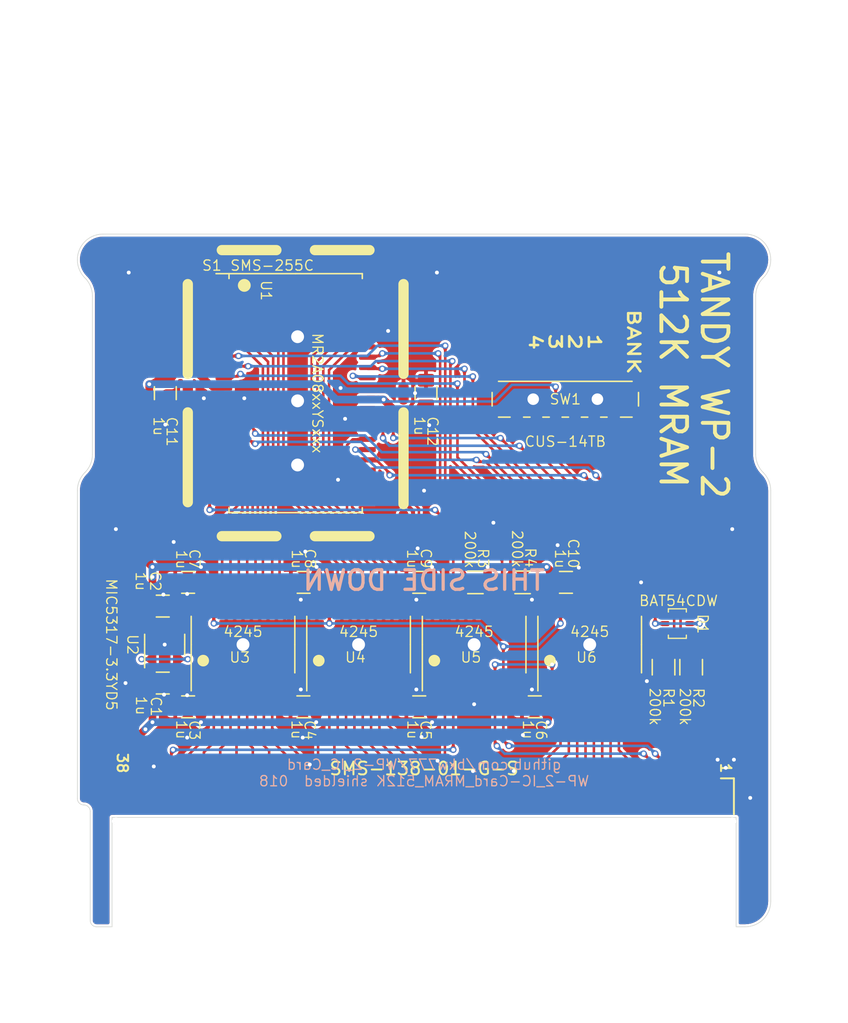
<source format=kicad_pcb>
(kicad_pcb (version 20240108) (generator "pcbnew") (generator_version "8.0")
  (title_block (title "WP-2_IC-Card_MRAM_512K shielded") (date "2024-10-03") (rev "018") (company "Brian K. White - b.kenyon.w@gmail.com") (comment 1 "CC-BY-SA") (comment 2 "github.com/bkw777/WP-2_IC_Card") (comment 3 "PCB THICKNESS 1.2mm"))
  (layers (0 "F.Cu" signal) (31 "B.Cu" signal) (34 "B.Paste" user) (35 "F.Paste" user) (36 "B.SilkS" user "B.Silkscreen") (37 "F.SilkS" user "F.Silkscreen") (38 "B.Mask" user) (39 "F.Mask" user) (44 "Edge.Cuts" user))
  (net 0 "")
  (net 1 "GND")
  (net 2 "/~{CE1}")
  (net 3 "/~{OE}")
  (net 4 "/D0")
  (net 5 "/D1")
  (net 6 "/D2")
  (net 7 "/D3")
  (net 8 "/D4")
  (net 9 "/D5")
  (net 10 "/D6")
  (net 11 "/D7")
  (net 12 "/A16")
  (net 13 "/A15")
  (net 14 "/A14")
  (net 15 "/A13")
  (net 16 "/A12")
  (net 17 "/A11")
  (net 18 "/A10")
  (net 19 "/A9")
  (net 20 "/A8")
  (net 21 "/A7")
  (net 22 "/A6")
  (net 23 "/A5")
  (net 24 "/A4")
  (net 25 "/A3")
  (net 26 "/A2")
  (net 27 "/A1")
  (net 28 "/A0")
  (net 30 "VBUS")
  (net 31 "/3A11")
  (net 36 "/3A9")
  (net 37 "/3A8")
  (net 38 "/3A13")
  (net 39 "/~{3WE}")
  (net 40 "/3A15")
  (net 41 "/3A16")
  (net 42 "/3A14")
  (net 43 "/3A12")
  (net 44 "/3A7")
  (net 45 "/3A6")
  (net 46 "/3A5")
  (net 47 "/3A4")
  (net 48 "/3A3")
  (net 49 "/3A2")
  (net 50 "/3A1")
  (net 51 "/3A0")
  (net 52 "/3D0")
  (net 53 "/3D1")
  (net 54 "/3D2")
  (net 55 "/3D3")
  (net 56 "/3D4")
  (net 57 "/3D5")
  (net 58 "/3D6")
  (net 59 "/3D7")
  (net 60 "/~{3CE1}")
  (net 61 "/3A10")
  (net 63 "/~{3OE}")
  (net 65 "/~{WE}")
  (net 73 "/3A17")
  (net 74 "/3A18")
  (net 78 "VMEM")
  (net 79 "/BANK_2")
  (net 80 "/BANK_4")
  (net 81 "/BANK_3")
  (footprint "000_LOCAL:pth_wash_1mm" (layer "F.Cu") (at 130.85 100.245)
    (property "Reference" "REF**" (hide yes))
    (property "Value" "pth_wash_1mm" (hide yes))
  )
  (footprint "000_LOCAL:C_0805_1mm" (layer "F.Cu") (at 135.575 105.095 180)
    (property "Reference" "C5")
    (property "Value" "1u")
  )
  (footprint "000_LOCAL:C_0805_1mm" (layer "F.Cu") (at 117.575 95.395 180)
    (property "Reference" "C7")
    (property "Value" "1u")
  )
  (footprint "000_LOCAL:C_0805_1mm" (layer "F.Cu") (at 115.6 103.245 180)
    (property "Reference" "C1")
    (property "Value" "1u")
  )
  (footprint "000_LOCAL:C_0805_1mm" (layer "F.Cu") (at 115.6 97.245 180)
    (property "Reference" "C2")
    (property "Value" "1u")
  )
  (footprint "000_LOCAL:R_0805" (layer "F.Cu") (at 156.75 102.0075 90)
    (property "Reference" "R2")
    (property "Value" "200k")
  )
  (footprint "000_LOCAL:TSSOP-24_4.4x7.8mm_P0.65mm" (layer "F.Cu") (at 121.85 100.245 90)
    (property "Reference" "U3")
    (property "Value" "4245")
  )
  (footprint "000_LOCAL:C_0805_1mm" (layer "F.Cu") (at 115.8 80.645 -90)
    (property "Reference" "C11")
    (property "Value" "1u")
  )
  (footprint "000_LOCAL:SW_SP4T_CUS-14B pth" (layer "F.Cu") (at 146.95 81.12 180)
    (property "Reference" "SW1")
    (property "Value" "CUS-14TB")
  )
  (footprint "000_LOCAL:npth_0.6mm" (layer "F.Cu") (at 111.95 114.02)
    (property "Reference" "REF**" (hide yes))
    (property "Value" "npth_0.6mm" (hide yes))
  )
  (footprint "000_LOCAL:SMS-138-01-x-x_pcb_edge" (layer "F.Cu") (at 135.95 113.72 -90)
    (property "Reference" "J1" (hide yes))
    (property "Value" "SMS-138-01-G-S")
  )
  (footprint "000_LOCAL:TSSOP-24_4.4x7.8mm_P0.65mm" (layer "F.Cu") (at 130.85 100.245 90)
    (property "Reference" "U4")
    (property "Value" "4245")
  )
  (footprint "000_LOCAL:TSSOP-24_4.4x7.8mm_P0.65mm" (layer "F.Cu") (at 148.85 100.245 90)
    (property "Reference" "U6")
    (property "Value" "4245")
  )
  (footprint "000_LOCAL:C_0805_1mm" (layer "F.Cu") (at 136.1 80.645 90)
    (property "Reference" "C12")
    (property "Value" "1u")
  )
  (footprint "000_LOCAL:C_0805_1mm" (layer "F.Cu") (at 147 95.395)
    (property "Reference" "C10")
    (property "Value" "1u")
  )
  (footprint "000_LOCAL:C_0805_1mm" (layer "F.Cu") (at 126.55 105.095 180)
    (property "Reference" "C4")
    (property "Value" "1u")
  )
  (footprint "000_LOCAL:R_0805" (layer "F.Cu") (at 143.625 95.395)
    (property "Reference" "R4")
    (property "Value" "200k")
  )
  (footprint "000_LOCAL:pth_wash_1mm" (layer "F.Cu") (at 148.85 100.245)
    (property "Reference" "REF**" (hide yes))
    (property "Value" "pth_wash_1mm" (hide yes))
  )
  (footprint "000_LOCAL:npth_0.6mm" (layer "F.Cu") (at 159.95 114.02)
    (property "Reference" "REF**" (hide yes))
    (property "Value" "npth_0.6mm" (hide yes))
  )
  (footprint "000_LOCAL:pth_wash_1mm" (layer "F.Cu") (at 139.85 100.245)
    (property "Reference" "REF**" (hide yes))
    (property "Value" "pth_wash_1mm" (hide yes))
  )
  (footprint "000_LOCAL:R_0805" (layer "F.Cu") (at 154.6 102.0075 90)
    (property "Reference" "R1")
    (property "Value" "200k")
  )
  (footprint "000_LOCAL:TSSOP-6-symmetric" (layer "F.Cu") (at 155.675 98.6075)
    (property "Reference" "D1")
    (property "Value" "BAT54CDW")
  )
  (footprint "000_LOCAL:MS226-10S" (layer "F.Cu") (at 125.95 80.645)
    (property "Reference" "S1")
    (property "Value" "SMS-255C")
  )
  (footprint "000_LOCAL:Fiducial_0.75mm_Mask1.5mm" (layer "F.Cu") (at 110.95 70.245)
    (property "Reference" "REF**" (hide yes))
    (property "Value" "Fiducial_0.75mm_Mask1.5mm" (hide yes))
  )
  (footprint "000_LOCAL:pth_wash_1mm" (layer "F.Cu") (at 126.1 81.245)
    (property "Reference" "REF**" (hide yes))
    (property "Value" "pth_wash_1mm" (hide yes))
  )
  (footprint "000_LOCAL:C_0805_1mm" (layer "F.Cu") (at 135.575 95.395 180)
    (property "Reference" "C9")
    (property "Value" "1u")
  )
  (footprint "000_LOCAL:C_0805_1mm" (layer "F.Cu") (at 117.575 105.095 180)
    (property "Reference" "C3")
    (property "Value" "1u")
  )
  (footprint "000_LOCAL:TSSOP-24_4.4x7.8mm_P0.65mm" (layer "F.Cu") (at 139.85 100.245 90)
    (property "Reference" "U5")
    (property "Value" "4245")
  )
  (footprint "000_LOCAL:pth_wash_1mm" (layer "F.Cu") (at 126.1 76.245)
    (property "Reference" "REF**" (hide yes))
    (property "Value" "pth_wash_1mm" (hide yes))
  )
  (footprint "000_LOCAL:WP-2_IC-Card_Cover_MRAM_512" (layer "F.Cu") (at 135.95 95.245)
    (property "Reference" "N1" (hide yes))
    (property "Value" "WP-2_IC-Card_Cover_MRAM_512")
  )
  (footprint "000_LOCAL:TSOP-II-44_10.16x18.41mm_P0.8mm" (layer "F.Cu") (at 125.95 80.645)
    (property "Reference" "U1")
    (property "Value" "MR2A08xxYSxxx")
  )
  (footprint "000_LOCAL:Fiducial_0.75mm_Mask1.5mm" (layer "F.Cu") (at 160.95 107.245)
    (property "Reference" "REF**" (hide yes))
    (property "Value" "Fiducial_0.75mm_Mask1.5mm" (hide yes))
  )
  (footprint "000_LOCAL:Fiducial_0.75mm_Mask1.5mm" (layer "F.Cu") (at 160.95 70.245)
    (property "Reference" "REF**" (hide yes))
    (property "Value" "Fiducial_0.75mm_Mask1.5mm" (hide yes))
  )
  (footprint "000_LOCAL:TSOT-23-5" (layer "F.Cu") (at 115.75 100.245 90)
    (property "Reference" "U2")
    (property "Value" "MIC5317-3.3YD5")
  )
  (footprint "000_LOCAL:C_0805_1mm" (layer "F.Cu") (at 126.575 95.395 180)
    (property "Reference" "C8")
    (property "Value" "1u")
  )
  (footprint "000_LOCAL:C_0805_1mm" (layer "F.Cu") (at 144.575 105.095 180)
    (property "Reference" "C6")
    (property "Value" "1u")
  )
  (footprint "000_LOCAL:pth_wash_1mm" (layer "F.Cu") (at 121.85 100.245)
    (property "Reference" "REF**" (hide yes))
    (property "Value" "pth_wash_1mm" (hide yes))
  )
  (footprint "000_LOCAL:R_0805" (layer "F.Cu") (at 139.95 95.395)
    (property "Reference" "R3")
    (property "Value" "200k")
  )
  (footprint "000_LOCAL:pth_wash_1mm" (layer "F.Cu") (at 126.1 86.245)
    (property "Reference" "REF**" (hide yes))
    (property "Value" "pth_wash_1mm" (hide yes))
  )
  (gr_line (start 109.95 121.745) (end 109.95 113.245) (stroke (width 0.05)) (layer "Edge.Cuts"))
  (gr_arc (start 160.95 68.245) (mid 162.364214 68.830786) (end 162.95 70.245) (stroke (width 0.05)) (layer "Edge.Cuts"))
  (gr_arc (start 109.535786 71.659214) (mid 109.969309 72.30807) (end 110.121572 73.073428) (stroke (width 0.05)) (layer "Edge.Cuts"))
  (gr_arc (start 109.535786 71.659214) (mid 109.10224 71.010367) (end 108.95 70.245) (stroke (width 0.05)) (layer "Edge.Cuts"))
  (gr_arc (start 108.949999 88.245) (mid 109.10224 87.479633) (end 109.535786 86.830786) (stroke (width 0.05)) (layer "Edge.Cuts"))
  (gr_arc (start 109.45 112.745) (mid 109.096447 112.598553) (end 108.95 112.245) (stroke (width 0.05)) (layer "Edge.Cuts"))
  (gr_arc (start 162.950001 70.245) (mid 162.79776 71.010367) (end 162.364214 71.659214) (stroke (width 0.05)) (layer "Edge.Cuts"))
  (gr_line (start 161.778427 73.073428) (end 161.778428 85.416572) (stroke (width 0.05)) (layer "Edge.Cuts"))
  (gr_line (start 160.95 122.245) (end 160.25 122.245) (stroke (width 0.05)) (layer "Edge.Cuts"))
  (gr_arc (start 162.95 120.245) (mid 162.364214 121.659214) (end 160.95 122.245) (stroke (width 0.05)) (layer "Edge.Cuts"))
  (gr_arc (start 109.45 112.745) (mid 109.803553 112.891447) (end 109.95 113.245) (stroke (width 0.05)) (layer "Edge.Cuts"))
  (gr_arc (start 110.121573 85.416572) (mid 109.969333 86.18194) (end 109.535786 86.830786) (stroke (width 0.05)) (layer "Edge.Cuts"))
  (gr_line (start 160.25 122.245) (end 160.25 113.72) (stroke (width 0.05)) (layer "Edge.Cuts"))
  (gr_arc (start 110.45 122.245) (mid 110.096447 122.098553) (end 109.95 121.745) (stroke (width 0.05)) (layer "Edge.Cuts"))
  (gr_arc (start 162.364214 86.830786) (mid 162.79776 87.479633) (end 162.95 88.245) (stroke (width 0.05)) (layer "Edge.Cuts"))
  (gr_arc (start 161.778427 73.073428) (mid 161.930666 72.308062) (end 162.364214 71.659214) (stroke (width 0.05)) (layer "Edge.Cuts"))
  (gr_line (start 110.95 68.245) (end 160.95 68.245) (stroke (width 0.05)) (layer "Edge.Cuts"))
  (gr_line (start 160.25 113.72) (end 111.65 113.72) (stroke (width 0.05)) (layer "Edge.Cuts"))
  (gr_line (start 162.95 88.245) (end 162.95 120.245) (stroke (width 0.05)) (layer "Edge.Cuts"))
  (gr_line (start 111.65 122.245) (end 110.45 122.245) (stroke (width 0.05)) (layer "Edge.Cuts"))
  (gr_arc (start 162.364214 86.830786) (mid 161.930693 86.181933) (end 161.778428 85.416572) (stroke (width 0.05)) (layer "Edge.Cuts"))
  (gr_line (start 110.121573 85.416572) (end 110.121572 73.073428) (stroke (width 0.05)) (layer "Edge.Cuts"))
  (gr_arc (start 108.95 70.245) (mid 109.535786 68.830786) (end 110.95 68.245) (stroke (width 0.05)) (layer "Edge.Cuts"))
  (gr_line (start 108.95 112.245) (end 108.949999 88.245) (stroke (width 0.05)) (layer "Edge.Cuts"))
  (gr_line (start 111.65 113.72) (end 111.65 122.245) (stroke (width 0.05)) (layer "Edge.Cuts"))
  (gr_text "THIS SIDE DOWN" (at 135.95 95.245 0) (layer "B.SilkS") (effects (font (size 1.524 1.524) (thickness 0.254)) (justify mirror)))
  (gr_text "${COMMENT2}\n${TITLE}  ${REVISION}" (at 135.95 110.245 0) (layer "B.SilkS") (effects (font (size 0.8 0.8) (thickness 0.1)) (justify mirror)))
  (gr_text "1" (at 159.445 110.358 -90) (layer "F.SilkS") (effects (font (size 0.8128 0.8128) (thickness 0.1524)) (justify right)))
  (gr_text "38" (at 112.455 110.358 -90) (layer "F.SilkS") (effects (font (size 0.8128 0.8128) (thickness 0.1524)) (justify right)))
  (gr_text "TANDY WP-2\n512K MRAM" (at 156.95 79.245 270) (layer "F.SilkS") (effects (font (size 2 2) (thickness 0.3))))
  (gr_text "BANK\n\n1\n2\n3\n4" (at 148.45 76.645 270) (layer "F.SilkS") (effects (font (size 0.95 1.3) (thickness 0.2))))
  (segment (start 148 94.245) (end 148 95.395) (width 0.6) (layer "F.Cu") (net 1))
  (segment (start 142.935 110.104) (end 142.935 112.196) (width 0.762) (layer "F.Cu") (net 1))
  (segment (start 159.445 112.196) (end 159.445 109.85) (width 0.762) (layer "F.Cu") (net 1))
  (segment (start 161.35 112.196) (end 159.445 112.196) (width 0.762) (layer "F.Cu") (net 1))
  (via (at 114.9 109.745) (size 0.5) (drill 0.3) (layers "F.Cu" "B.Cu") (net 1))
  (via (at 126.5 107.495) (size 0.5) (drill 0.3) (layers "F.Cu" "B.Cu") (net 1))
  (via (at 115.7 104.145) (size 0.5) (drill 0.3) (layers "F.Cu" "B.Cu") (net 1))
  (via (at 136.95 71.245) (size 0.5) (drill 0.3) (layers "F.Cu" "B.Cu") (net 1))
  (via (at 135.45 92.745) (size 0.5) (drill 0.3) (layers "F.Cu" "B.Cu") (net 1))
  (via (at 112.7 103.245) (size 0.5) (drill 0.3) (layers "F.Cu" "B.Cu") (net 1))
  (via (at 143.65 107.295) (size 0.5) (drill 0.3) (layers "F.Cu" "B.Cu") (net 1))
  (via (at 127.05 109.595) (size 0.5) (drill 0.3) (layers "F.Cu" "B.Cu") (net 1))
  (via (at 135.95 88.245) (size 0.5) (drill 0.3) (layers "F.Cu" "B.Cu") (net 1))
  (via (at 117.5 96.295) (size 0.5) (drill 0.3) (layers "F.Cu" "B.Cu") (net 1))
  (via (at 153.3 103.095) (size 0.5) (drill 0.3) (layers "F.Cu" "B.Cu") (net 1))
  (via (at 158.81 109.215) (size 0.5) (drill 0.3) (layers "F.Cu" "B.Cu") (net 1))
  (via (at 152.85 95.395) (size 0.5) (drill 0.3) (layers "F.Cu" "B.Cu") (net 1))
  (via (at 111.95 91.245) (size 0.5) (drill 0.3) (layers "F.Cu" "B.Cu") (net 1))
  (via (at 135.25 80.645) (size 0.5) (drill 0.3) (layers "F.Cu" "B.Cu") (net 1))
  (via (at 160.08 109.215) (size 0.5) (drill 0.3) (layers "F.Cu" "B.Cu") (net 1))
  (via (at 129.8 82.645) (size 0.5) (drill 0.3) (layers "F.Cu" "B.Cu") (net 1))
  (via (at 142.935 110.104) (size 0.5) (drill 0.3) (layers "F.Cu" "B.Cu") (net 1))
  (via (at 135.35 103.745) (size 0.5) (drill 0.3) (layers "F.Cu" "B.Cu") (net 1))
  (via (at 135.75 107.445) (size 0.5) (drill 0.3) (layers "F.Cu" "B.Cu") (net 1))
  (via (at 141.35 90.745) (size 0.5) (drill 0.3) (layers "F.Cu" "B.Cu") (net 1))
  (via (at 126.35 103.745) (size 0.5) (drill 0.3) (layers "F.Cu" "B.Cu") (net 1))
  (via (at 139.85 104.895) (size 0.5) (drill 0.3) (layers "F.Cu" "B.Cu") (net 1))
  (via (at 161.35 112.196) (size 0.5) (drill 0.3) (layers "F.Cu" "B.Cu") (net 1))
  (via (at 146.35 92.495) (size 0.5) (drill 0.3) (layers "F.Cu" "B.Cu") (net 1))
  (via (at 117.5 107.495) (size 0.5) (drill 0.3) (layers "F.Cu" "B.Cu") (net 1))
  (via (at 137 109.295) (size 0.5) (drill 0.3) (layers "F.Cu" "B.Cu") (net 1))
  (via (at 126.35 96.745) (size 0.5) (drill 0.3) (layers "F.Cu" "B.Cu") (net 1))
  (via (at 115.75 100.245) (size 0.5) (drill 0.3) (layers "F.Cu" "B.Cu") (net 1))
  (via (at 148 94.245) (size 0.5) (drill 0.3) (layers "F.Cu" "B.Cu") (net 1))
  (via (at 118.8 81.045) (size 0.5) (drill 0.3) (layers "F.Cu" "B.Cu") (net 1))
  (via (at 129.45 80.245) (size 0.5) (drill 0.3) (layers "F.Cu" "B.Cu") (net 1))
  (via (at 126.7 92.995) (size 0.5) (drill 0.3) (layers "F.Cu" "B.Cu") (net 1))
  (via (at 135.35 96.745) (size 0.5) (drill 0.3) (layers "F.Cu" "B.Cu") (net 1))
  (via (at 115.8 83.095) (size 0.5) (drill 0.3) (layers "F.Cu" "B.Cu") (net 1))
  (via (at 139.76 110.104) (size 0.5) (drill 0.3) (layers "F.Cu" "B.Cu") (net 1))
  (via (at 116.45 92.245) (size 0.5) (drill 0.3) (layers "F.Cu" "B.Cu") (net 1))
  (via (at 159.95 91.245) (size 0.5) (drill 0.3) (layers "F.Cu" "B.Cu") (net 1))
  (via (at 144.35 103.745) (size 0.5) (drill 0.3) (layers "F.Cu" "B.Cu") (net 1))
  (via (at 121.95 81.045) (size 0.5) (drill 0.3) (layers "F.Cu" "B.Cu") (net 1))
  (via (at 112.95 71.245) (size 0.5) (drill 0.3) (layers "F.Cu" "B.Cu") (net 1))
  (via (at 159.445 109.85) (size 0.5) (drill 0.3) (layers "F.Cu" "B.Cu") (net 1))
  (via (at 129.25 87.395) (size 0.5) (drill 0.3) (layers "F.Cu" "B.Cu") (net 1))
  (via (at 115.65 96.345) (size 0.5) (drill 0.3) (layers "F.Cu" "B.Cu") (net 1))
  (via (at 136.35 83.145) (size 0.5) (drill 0.3) (layers "F.Cu" "B.Cu") (net 1))
  (via (at 158.95 71.245) (size 0.5) (drill 0.3) (layers "F.Cu" "B.Cu") (net 1))
  (via (at 117.5 104.195) (size 0.5) (drill 0.3) (layers "F.Cu" "B.Cu") (net 1))
  (via (at 144.35 96.745) (size 0.5) (drill 0.3) (layers "F.Cu" "B.Cu") (net 1))
  (via (at 133.15 75.795) (size 0.5) (drill 0.3) (layers "F.Cu" "B.Cu") (net 1))
  (segment (start 142.125 107.72) (end 142.125 103.1075) (width 0.2) (layer "F.Cu") (net 2))
  (segment (start 146.575 98.595) (end 146.575 97.3825) (width 0.2) (layer "F.Cu") (net 2))
  (segment (start 142.55 108.145) (end 142.125 107.72) (width 0.2) (layer "F.Cu") (net 2))
  (segment (start 119.575 97.3825) (end 119.575 98.595) (width 0.2) (layer "F.Cu") (net 2))
  (segment (start 142.125 100.395) (end 142.125 103.1075) (width 0.2) (layer "F.Cu") (net 2))
  (segment (start 155.635 110.43) (end 155.635 112.196) (width 0.2) (layer "F.Cu") (net 2))
  (segment (start 153.95 108.745) (end 155.635 110.43) (width 0.2) (layer "F.Cu") (net 2))
  (segment (start 128.575 98.595) (end 128.575 97.3825) (width 0.2) (layer "F.Cu") (net 2))
  (via (at 142.125 100.395) (size 0.5) (drill 0.3) (layers "F.Cu" "B.Cu") (net 2))
  (via (at 146.575 98.595) (size 0.5) (drill 0.3) (layers "F.Cu" "B.Cu") (net 2))
  (via (at 128.575 98.595) (size 0.5) (drill 0.3) (layers "F.Cu" "B.Cu") (net 2))
  (via (at 142.55 108.145) (size 0.5) (drill 0.3) (layers "F.Cu" "B.Cu") (net 2))
  (via (at 119.575 98.595) (size 0.5) (drill 0.3) (layers "F.Cu" "B.Cu") (net 2))
  (via (at 153.95 108.745) (size 0.5) (drill 0.3) (layers "F.Cu" "B.Cu") (net 2))
  (segment (start 140.325 98.595) (end 119.575 98.595) (width 0.2) (layer "B.Cu") (net 2))
  (segment (start 153.35 108.145) (end 153.95 108.745) (width 0.2) (layer "B.Cu") (net 2))
  (segment (start 142.125 100.395) (end 144.775 100.395) (width 0.2) (layer "B.Cu") (net 2))
  (segment (start 142.125 100.395) (end 140.325 98.595) (width 0.2) (layer "B.Cu") (net 2))
  (segment (start 144.775 100.395) (end 146.575 98.595) (width 0.2) (layer "B.Cu") (net 2))
  (segment (start 142.55 108.145) (end 153.35 108.145) (width 0.2) (layer "B.Cu") (net 2))
  (segment (start 141.625 108.145) (end 141.475 107.995) (width 0.2) (layer "F.Cu") (net 3))
  (segment (start 141.475 107.995) (end 141.475 103.1075) (width 0.2) (layer "F.Cu") (net 3))
  (segment (start 141.475 101.795) (end 141.475 103.1075) (width 0.2) (layer "F.Cu") (net 3))
  (segment (start 153.05 108.745) (end 154.365 110.06) (width 0.2) (layer "F.Cu") (net 3))
  (segment (start 145.925 103.1075) (end 145.925 101.795) (width 0.2) (layer "F.Cu") (net 3))
  (segment (start 154.365 110.06) (end 154.365 112.196) (width 0.2) (layer "F.Cu") (net 3))
  (via (at 141.475 101.795) (size 0.5) (drill 0.3) (layers "F.Cu" "B.Cu") (net 3))
  (via (at 141.625 108.145) (size 0.5) (drill 0.3) (layers "F.Cu" "B.Cu") (net 3))
  (via (at 153.05 108.745) (size 0.5) (drill 0.3) (layers "F.Cu" "B.Cu") (net 3))
  (via (at 145.925 101.795) (size 0.5) (drill 0.3) (layers "F.Cu" "B.Cu") (net 3))
  (segment (start 153.05 108.745) (end 142.225 108.745) (width 0.2) (layer "B.Cu") (net 3))
  (segment (start 145.925 101.795) (end 141.475 101.795) (width 0.2) (layer "B.Cu") (net 3))
  (segment (start 142.225 108.745) (end 141.625 108.145) (width 0.2) (layer "B.Cu") (net 3))
  (segment (start 151.125 108.47) (end 153.095 110.44) (width 0.2) (layer "F.Cu") (net 4))
  (segment (start 153.095 110.44) (end 153.095 112.196) (width 0.2) (layer "F.Cu") (net 4))
  (segment (start 151.125 103.1075) (end 151.125 108.47) (width 0.2) (layer "F.Cu") (net 4))
  (segment (start 151.825 112.196) (end 151.825 110.445) (width 0.2) (layer "F.Cu") (net 5))
  (segment (start 150.475 109.095) (end 150.475 103.1075) (width 0.2) (layer "F.Cu") (net 5))
  (segment (start 151.825 110.445) (end 150.475 109.095) (width 0.2) (layer "F.Cu") (net 5))
  (segment (start 149.825 109.72) (end 150.555 110.45) (width 0.2) (layer "F.Cu") (net 6))
  (segment (start 149.825 103.1075) (end 149.825 109.72) (width 0.2) (layer "F.Cu") (net 6))
  (segment (start 150.555 110.45) (end 150.555 112.196) (width 0.2) (layer "F.Cu") (net 6))
  (segment (start 149.175 112.086) (end 149.285 112.196) (width 0.2) (layer "F.Cu") (net 7))
  (segment (start 149.175 103.1075) (end 149.175 112.086) (width 0.2) (layer "F.Cu") (net 7))
  (segment (start 148.015 110.455) (end 148.015 112.196) (width 0.2) (layer "F.Cu") (net 8))
  (segment (start 148.525 109.945) (end 148.015 110.455) (width 0.2) (layer "F.Cu") (net 8))
  (segment (start 148.525 103.1075) (end 148.525 109.945) (width 0.2) (layer "F.Cu") (net 8))
  (segment (start 147.875 103.1075) (end 147.875 109.32) (width 0.2) (layer "F.Cu") (net 9))
  (segment (start 147.875 109.32) (end 146.745 110.45) (width 0.2) (layer "F.Cu") (net 9))
  (segment (start 146.745 110.45) (end 146.745 112.196) (width 0.2) (layer "F.Cu") (net 9))
  (segment (start 145.475 110.445) (end 145.475 112.196) (width 0.2) (layer "F.Cu") (net 10))
  (segment (start 147.225 103.1075) (end 147.225 108.695) (width 0.2) (layer "F.Cu") (net 10))
  (segment (start 147.225 108.695) (end 145.475 110.445) (width 0.2) (layer "F.Cu") (net 10))
  (segment (start 146.575 103.1075) (end 146.575 108.07) (width 0.2) (layer "F.Cu") (net 11))
  (segment (start 144.205 110.44) (end 144.205 112.196) (width 0.2) (layer "F.Cu") (net 11))
  (segment (start 146.575 108.07) (end 144.205 110.44) (width 0.2) (layer "F.Cu") (net 11))
  (segment (start 137.575 108.77) (end 137.855 109.05) (width 0.2) (layer "F.Cu") (net 12))
  (segment (start 137.575 103.1075) (end 137.575 108.77) (width 0.2) (layer "F.Cu") (net 12))
  (segment (start 137.855 109.05) (end 137.855 112.196) (width 0.2) (layer "F.Cu") (net 12))
  (segment (start 133.125 106.495) (end 136.585 109.955) (width 0.2) (layer "F.Cu") (net 13))
  (segment (start 133.125 103.1075) (end 133.125 106.495) (width 0.2) (layer "F.Cu") (net 13))
  (segment (start 136.585 109.955) (end 136.585 112.196) (width 0.2) (layer "F.Cu") (net 13))
  (segment (start 132.475 103.1075) (end 132.475 106.845) (width 0.2) (layer "F.Cu") (net 14))
  (segment (start 135.315 109.685) (end 135.315 112.196) (width 0.2) (layer "F.Cu") (net 14))
  (segment (start 132.475 106.845) (end 135.315 109.685) (width 0.2) (layer "F.Cu") (net 14))
  (segment (start 134.045 109.39) (end 131.825 107.17) (width 0.2) (layer "F.Cu") (net 15))
  (segment (start 131.825 107.17) (end 131.825 103.1075) (width 0.2) (layer "F.Cu") (net 15))
  (segment (start 134.045 112.196) (end 134.045 109.39) (width 0.2) (layer "F.Cu") (net 15))
  (segment (start 131.175 107.47) (end 131.175 103.1075) (width 0.2) (layer "F.Cu") (net 16))
  (segment (start 132.775 112.196) (end 132.775 109.07) (width 0.2) (layer "F.Cu") (net 16))
  (segment (start 132.775 109.07) (end 131.175 107.47) (width 0.2) (layer "F.Cu") (net 16))
  (segment (start 131.505 108.75) (end 130.525 107.77) (width 0.2) (layer "F.Cu") (net 17))
  (segment (start 130.525 107.77) (end 130.525 103.1075) (width 0.2) (layer "F.Cu") (net 17))
  (segment (start 131.505 112.196) (end 131.505 108.75) (width 0.2) (layer "F.Cu") (net 17))
  (segment (start 129.875 108.135) (end 130.235 108.495) (width 0.2) (layer "F.Cu") (net 18))
  (segment (start 129.875 103.1075) (end 129.875 108.135) (width 0.2) (layer "F.Cu") (net 18))
  (segment (start 130.235 108.495) (end 130.235 112.196) (width 0.2) (layer "F.Cu") (net 18))
  (segment (start 128.965 107.73) (end 128.965 112.196) (width 0.2) (layer "F.Cu") (net 19))
  (segment (start 129.225 107.47) (end 128.965 107.73) (width 0.2) (layer "F.Cu") (net 19))
  (segment (start 129.225 103.1075) (end 129.225 107.47) (width 0.2) (layer "F.Cu") (net 19))
  (segment (start 128.575 107.095) (end 127.695 107.975) (width 0.2) (layer "F.Cu") (net 20))
  (segment (start 128.575 103.1075) (end 128.575 107.095) (width 0.2) (layer "F.Cu") (net 20))
  (segment (start 127.695 107.975) (end 127.695 112.196) (width 0.2) (layer "F.Cu") (net 20))
  (segment (start 124.125 106.77) (end 126.425 109.07) (width 0.2) (layer "F.Cu") (net 21))
  (segment (start 126.425 109.07) (end 126.425 112.196) (width 0.2) (layer "F.Cu") (net 21))
  (segment (start 124.125 103.1075) (end 124.125 106.77) (width 0.2) (layer "F.Cu") (net 21))
  (segment (start 123.475 103.1075) (end 123.475 107.12) (width 0.2) (layer "F.Cu") (net 22))
  (segment (start 125.155 108.8) (end 125.155 112.196) (width 0.2) (layer "F.Cu") (net 22))
  (segment (start 123.475 107.12) (end 125.155 108.8) (width 0.2) (layer "F.Cu") (net 22))
  (segment (start 122.825 107.47) (end 122.825 103.1075) (width 0.2) (layer "F.Cu") (net 23))
  (segment (start 123.885 108.53) (end 122.825 107.47) (width 0.2) (layer "F.Cu") (net 23))
  (segment (start 123.885 112.196) (end 123.885 108.53) (width 0.2) (layer "F.Cu") (net 23))
  (segment (start 122.175 107.87) (end 122.615 108.31) (width 0.2) (layer "F.Cu") (net 24))
  (segment (start 122.175 103.1075) (end 122.175 107.87) (width 0.2) (layer "F.Cu") (net 24))
  (segment (start 122.615 108.31) (end 122.615 112.196) (width 0.2) (layer "F.Cu") (net 24))
  (segment (start 121.345 108.1) (end 121.345 112.196) (width 0.2) (layer "F.Cu") (net 25))
  (segment (start 121.525 107.92) (end 121.345 108.1) (width 0.2) (layer "F.Cu") (net 25))
  (segment (start 121.525 103.1075) (end 121.525 107.92) (width 0.2) (layer "F.Cu") (net 25))
  (segment (start 120.875 107.57) (end 120.075 108.37) (width 0.2) (layer "F.Cu") (net 26))
  (segment (start 120.075 108.37) (end 120.075 112.196) (width 0.2) (layer "F.Cu") (net 26))
  (segment (start 120.875 103.1075) (end 120.875 107.57) (width 0.2) (layer "F.Cu") (net 26))
  (segment (start 120.225 107.22) (end 118.805 108.64) (width 0.2) (layer "F.Cu") (net 27))
  (segment (start 120.225 103.1075) (end 120.225 107.22) (width 0.2) (layer "F.Cu") (net 27))
  (segment (start 118.805 108.64) (end 118.805 112.196) (width 0.2) (layer "F.Cu") (net 27))
  (segment (start 117.535 108.91) (end 117.535 112.196) (width 0.2) (layer "F.Cu") (net 28))
  (segment (start 119.575 106.87) (end 117.535 108.91) (width 0.2) (layer "F.Cu") (net 28))
  (segment (start 119.575 103.1075) (end 119.575 106.87) (width 0.2) (layer "F.Cu") (net 28))
  (segment (start 118.275 104.795) (end 118.275 103.1075) (width 0.4) (layer "F.Cu") (net 30))
  (segment (start 114.8 103.445) (end 114.8 106.295) (width 0.6) (layer "F.Cu") (net 30))
  (segment (start 114.6 103.245) (end 114.8 103.445) (width 0.6) (layer "F.Cu") (net 30))
  (segment (start 136.275 104.795) (end 136.275 103.1075) (width 0.4) (layer "F.Cu") (net 30))
  (segment (start 136.925 103.1075) (end 136.275 103.1075) (width 0.2) (layer "F.Cu") (net 30))
  (segment (start 113.95 101.3825) (end 114.8 101.3825) (width 0.2) (layer "F.Cu") (net 30))
  (segment (start 127.55 106.295) (end 127.55 105.095) (width 0.6) (layer "F.Cu") (net 30))
  (segment (start 117.55 101.3825) (end 116.7 101.3825) (width 0.2) (layer "F.Cu") (net 30))
  (segment (start 114.8 103.045) (end 114.6 103.245) (width 0.6) (layer "F.Cu") (net 30))
  (segment (start 145.575 106.295) (end 145.575 105.095) (width 0.6) (layer "F.Cu") (net 30))
  (segment (start 127.925 103.1075) (end 127.275 103.1075) (width 0.2) (layer "F.Cu") (net 30))
  (segment (start 118.575 106.295) (end 118.575 105.095) (width 0.6) (layer "F.Cu") (net 30))
  (segment (start 118.575 105.095) (end 118.275 104.795) (width 0.4) (layer "F.Cu") (net 30))
  (segment (start 112.455 108.64) (end 112.455 112.196) (width 0.6) (layer "F.Cu") (net 30))
  (segment (start 136.575 105.095) (end 136.275 104.795) (width 0.4) (layer "F.Cu") (net 30))
  (segment (start 114.8 106.295) (end 112.455 108.64) (width 0.6) (layer "F.Cu") (net 30))
  (segment (start 127.55 105.095) (end 127.275 104.82) (width 0.4) (layer "F.Cu") (net 30))
  (segment (start 136.575 106.295) (end 136.575 105.095) (width 0.6) (layer "F.Cu") (net 30))
  (segment (start 118.925 103.1075) (end 118.275 103.1075) (width 0.2) (layer "F.Cu") (net 30))
  (segment (start 127.275 104.82) (end 127.275 103.1075) (width 0.4) (layer "F.Cu") (net 30))
  (segment (start 145.575 105.095) (end 145.275 104.795) (width 0.4) (layer "F.Cu") (net 30))
  (segment (start 145.275 104.795) (end 145.275 103.1075) (width 0.4) (layer "F.Cu") (net 30))
  (segment (start 114.8 101.3825) (end 114.8 103.045) (width 0.6) (layer "F.Cu") (net 30))
  (via (at 136.575 106.295) (size 0.5) (drill 0.3) (layers "F.Cu" "B.Cu") (net 30))
  (via (at 127.55 106.295) (size 0.5) (drill 0.3) (layers "F.Cu" "B.Cu") (net 30))
  (via (at 117.55 101.3825) (size 0.5) (drill 0.3) (layers "F.Cu" "B.Cu") (net 30))
  (via (at 114.25 106.845) (size 0.5) (drill 0.3) (layers "F.Cu" "B.Cu") (net 30))
  (via (at 113.95 101.3825) (size 0.5) (drill 0.3) (layers "F.Cu" "B.Cu") (net 30))
  (via (at 145.575 106.295) (size 0.5) (drill 0.3) (layers "F.Cu" "B.Cu") (net 30))
  (via (at 114.8 106.295) (size 0.5) (drill 0.3) (layers "F.Cu" "B.Cu") (net 30))
  (via (at 118.575 106.295) (size 0.5) (drill 0.3) (layers "F.Cu" "B.Cu") (net 30))
  (segment (start 114.8 106.295) (end 114.25 106.845) (width 0.6) (layer "B.Cu") (net 30))
  (segment (start 114.8 106.295) (end 145.575 106.295) (width 0.6) (layer "B.Cu") (net 30))
  (segment (start 117.55 101.3825) (end 113.95 101.3825) (width 0.2) (layer "B.Cu") (net 30))
  (segment (start 131.175 94.07) (end 130.15 93.045) (width 0.2) (layer "F.Cu") (net 31))
  (segment (start 131.175 97.3825) (end 131.175 94.07) (width 0.2) (layer "F.Cu") (net 31))
  (segment (start 127.65 78.145) (end 130.35 75.445) (width 0.2) (layer "F.Cu") (net 31))
  (segment (start 130.15 91.695) (end 127.65 89.195) (width 0.2) (layer "F.Cu") (net 31))
  (segment (start 130.15 93.045) (end 130.15 91.695) (width 0.2) (layer "F.Cu") (net 31))
  (segment (start 127.65 89.195) (end 127.65 78.145) (width 0.2) (layer "F.Cu") (net 31))
  (segment (start 130.35 75.445) (end 131.5375 75.445) (width 0.2) (layer "F.Cu") (net 31))
  (segment (start 129.875 93.97) (end 129.35 93.445) (width 0.2) (layer "F.Cu") (net 36))
  (segment (start 129.35 92.095) (end 125 87.745) (width 0.2) (layer "F.Cu") (net 36))
  (segment (start 129.35 93.445) (end 129.35 92.095) (width 0.2) (layer "F.Cu") (net 36))
  (segment (start 125 76.995) (end 121.85 73.845) (width 0.2) (layer "F.Cu") (net 36))
  (segment (start 129.875 97.3825) (end 129.875 93.97) (width 0.2) (layer "F.Cu") (net 36))
  (segment (start 125 87.745) (end 125 76.995) (width 0.2) (layer "F.Cu") (net 36))
  (segment (start 121.85 73.845) (end 120.3625 73.845) (width 0.2) (layer "F.Cu") (net 36))
  (segment (start 128.95 92.295) (end 124.6 87.945) (width 0.2) (layer "F.Cu") (net 37))
  (segment (start 129.225 97.3825) (end 129.225 93.92) (width 0.2) (layer "F.Cu") (net 37))
  (segment (start 121.85 74.645) (end 120.3625 74.645) (width 0.2) (layer "F.Cu") (net 37))
  (segment (start 124.6 77.395) (end 121.85 74.645) (width 0.2) (layer "F.Cu") (net 37))
  (segment (start 128.95 93.645) (end 128.95 92.295) (width 0.2) (layer "F.Cu") (net 37))
  (segment (start 124.6 87.945) (end 124.6 77.395) (width 0.2) (layer "F.Cu") (net 37))
  (segment (start 129.225 93.92) (end 128.95 93.645) (width 0.2) (layer "F.Cu") (net 37))
  (segment (start 128.55 88.895) (end 128.55 78.845) (width 0.2) (layer "F.Cu") (net 38))
  (segment (start 130.95 92.645) (end 130.95 91.295) (width 0.2) (layer "F.Cu") (net 38))
  (segment (start 128.55 78.845) (end 130.35 77.045) (width 0.2) (layer "F.Cu") (net 38))
  (segment (start 132.475 97.3825) (end 132.475 94.17) (width 0.2) (layer "F.Cu") (net 38))
  (segment (start 130.35 77.045) (end 131.5375 77.045) (width 0.2) (layer "F.Cu") (net 38))
  (segment (start 130.95 91.295) (end 128.55 88.895) (width 0.2) (layer "F.Cu") (net 38))
  (segment (start 132.475 94.17) (end 130.95 92.645) (width 0.2) (layer "F.Cu") (net 38))
  (segment (start 136.8 89.745) (end 139 91.945) (width 0.2) (layer "F.Cu") (net 39))
  (segment (start 119.55 83.545) (end 120.2625 83.545) (width 0.2) (layer "F.Cu") (net 39))
  (segment (start 139 91.945) (end 139 95.395) (width 0.2) (layer "F.Cu") (net 39))
  (segment (start 138.875 95.52) (end 139 95.395) (width 0.2) (layer "F.Cu") (net 39))
  (segment (start 119.25 89.745) (end 119.25 83.845) (width 0.2) (layer "F.Cu") (net 39))
  (segment (start 120.2625 83.545) (end 120.3625 83.445) (width 0.2) (layer "F.Cu") (net 39))
  (segment (start 138.875 97.3825) (end 138.875 95.52) (width 0.2) (layer "F.Cu") (net 39))
  (segment (start 119.25 83.845) (end 119.55 83.545) (width 0.2) (layer "F.Cu") (net 39))
  (via (at 119.25 89.745) (size 0.5) (drill 0.3) (layers "F.Cu" "B.Cu") (net 39))
  (via (at 136.8 89.745) (size 0.5) (drill 0.3) (layers "F.Cu" "B.Cu") (net 39))
  (segment (start 136.8 89.745) (end 119.25 89.745) (width 0.2) (layer "B.Cu") (net 39))
  (segment (start 131.75 90.92) (end 130.35 89.52) (width 0.2) (layer "F.Cu") (net 40))
  (segment (start 133.775 97.3825) (end 133.775 94.27) (width 0.2) (layer "F.Cu") (net 40))
  (segment (start 130.35 89.52) (end 130.35 87.02) (width 0.2) (layer "F.Cu") (net 40))
  (segment (start 130.625 86.745) (end 131.4375 86.745) (width 0.2) (layer "F.Cu") (net 40))
  (segment (start 131.4375 86.745) (end 131.5375 86.645) (width 0.2) (layer "F.Cu") (net 40))
  (segment (start 130.35 87.02) (end 130.625 86.745) (width 0.2) (layer "F.Cu") (net 40))
  (segment (start 133.775 94.27) (end 131.75 92.245) (width 0.2) (layer "F.Cu") (net 40))
  (segment (start 131.75 92.245) (end 131.75 90.92) (width 0.2) (layer "F.Cu") (net 40))
  (segment (start 138.225 97.3825) (end 138.225 93.37) (width 0.2) (layer "F.Cu") (net 41))
  (segment (start 133.8 88.945) (end 132.4 87.545) (width 0.2) (layer "F.Cu") (net 41))
  (segment (start 134.85 88.945) (end 133.8 88.945) (width 0.2) (layer "F.Cu") (net 41))
  (segment (start 138.225 93.37) (end 135.55 90.695) (width 0.2) (layer "F.Cu") (net 41))
  (segment (start 132.4 87.545) (end 131.6375 87.545) (width 0.2) (layer "F.Cu") (net 41))
  (segment (start 131.6375 87.545) (end 131.5375 87.445) (width 0.2) (layer "F.Cu") (net 41))
  (segment (start 135.55 89.645) (end 134.85 88.945) (width 0.2) (layer "F.Cu") (net 41))
  (segment (start 135.55 90.695) (end 135.55 89.645) (width 0.2) (layer "F.Cu") (net 41))
  (segment (start 133.125 97.3825) (end 133.125 94.22) (width 0.2) (layer "F.Cu") (net 42))
  (segment (start 133.125 94.22) (end 131.35 92.445) (width 0.2) (layer "F.Cu") (net 42))
  (segment (start 129.95 84.695) (end 130.4 84.245) (width 0.2) (layer "F.Cu") (net 42))
  (segment (start 131.35 92.445) (end 131.35 91.095) (width 0.2) (layer "F.Cu") (net 42))
  (segment (start 130.4 84.245) (end 131.5375 84.245) (width 0.2) (layer "F.Cu") (net 42))
  (segment (start 129.95 89.695) (end 129.95 84.695) (width 0.2) (layer "F.Cu") (net 42))
  (segment (start 131.35 91.095) (end 129.95 89.695) (width 0.2) (layer "F.Cu") (net 42))
  (segment (start 128.1 89.045) (end 128.1 78.495) (width 0.2) (layer "F.Cu") (net 43))
  (segment (start 130.35 76.245) (end 131.5375 76.245) (width 0.2) (layer "F.Cu") (net 43))
  (segment (start 128.1 78.495) (end 130.35 76.245) (width 0.2) (layer "F.Cu") (net 43))
  (segment (start 131.825 97.3825) (end 131.825 94.12) (width 0.2) (layer "F.Cu") (net 43))
  (segment (start 131.825 94.12) (end 130.55 92.845) (width 0.2) (layer "F.Cu") (net 43))
  (segment (start 130.55 92.845) (end 130.55 91.495) (width 0.2) (layer "F.Cu") (net 43))
  (segment (start 130.55 91.495) (end 128.1 89.045) (width 0.2) (layer "F.Cu") (net 43))
  (segment (start 124.7 92.82) (end 124.2 92.32) (width 0.2) (layer "F.Cu") (net 44))
  (segment (start 124.2 77.795) (end 121.85 75.445) (width 0.2) (layer "F.Cu") (net 44))
  (segment (start 124.7 97.3075) (end 124.7 92.82) (width 0.2) (layer "F.Cu") (net 44))
  (segment (start 124.2 92.32) (end 124.2 77.795) (width 0.2) (layer "F.Cu") (net 44))
  (segment (start 124.775 97.3825) (end 124.7 97.3075) (width 0.2) (layer "F.Cu") (net 44))
  (segment (start 121.85 75.445) (end 120.3625 75.445) (width 0.2) (layer "F.Cu") (net 44))
  (segment (start 121.85 76.245) (end 120.3625 76.245) (width 0.2) (layer "F.Cu") (net 45))
  (segment (start 123.8 78.195) (end 121.85 76.245) (width 0.2) (layer "F.Cu") (net 45))
  (segment (start 123.8 92.745) (end 123.8 78.195) (width 0.2) (layer "F.Cu") (net 45))
  (segment (start 124.125 93.07) (end 123.8 92.745) (width 0.2) (layer "F.Cu") (net 45))
  (segment (start 124.125 97.3825) (end 124.125 93.07) (width 0.2) (layer "F.Cu") (net 45))
  (segment (start 123.475 97.3825) (end 123.4 97.3075) (width 0.2) (layer "F.Cu") (net 46))
  (segment (start 123.4 97.3075) (end 123.4 78.595) (width 0.2) (layer "F.Cu") (net 46))
  (segment (start 123.4 78.595) (end 121.85 77.045) (width 0.2) (layer "F.Cu") (net 46))
  (segment (start 121.85 77.045) (end 120.3625 77.045) (width 0.2) (layer "F.Cu") (net 46))
  (segment (start 122.825 97.3825) (end 122.825 91.12) (width 0.2) (layer "F.Cu") (net 47))
  (segment (start 120.4625 84.345) (end 120.3625 84.245) (width 0.2) (layer "F.Cu") (net 47))
  (segment (start 123 90.945) (end 123 86.145) (width 0.2) (layer "F.Cu") (net 47))
  (segment (start 123 86.145) (end 121.2 84.345) (width 0.2) (layer "F.Cu") (net 47))
  (segment (start 121.2 84.345) (end 120.4625 84.345) (width 0.2) (layer "F.Cu") (net 47))
  (segment (start 122.825 91.12) (end 123 90.945) (width 0.2) (layer "F.Cu") (net 47))
  (segment (start 120.4625 85.145) (end 120.3625 85.045) (width 0.2) (layer "F.Cu") (net 48))
  (segment (start 121.175 85.145) (end 120.4625 85.145) (width 0.2) (layer "F.Cu") (net 48))
  (segment (start 122.6 90.545) (end 122.6 86.57) (width 0.2) (layer "F.Cu") (net 48))
  (segment (start 122.175 90.97) (end 122.6 90.545) (width 0.2) (layer "F.Cu") (net 48))
  (segment (start 122.175 97.3825) (end 122.175 90.97) (width 0.2) (layer "F.Cu") (net 48))
  (segment (start 122.6 86.57) (end 121.175 85.145) (width 0.2) (layer "F.Cu") (net 48))
  (segment (start 122.2 90.195) (end 122.2 87.01375) (width 0.2) (layer "F.Cu") (net 49))
  (segment (start 121.525 90.87) (end 122.2 90.195) (width 0.2) (layer "F.Cu") (net 49))
  (segment (start 122.2 87.01375) (end 121.13125 85.945) (width 0.2) (layer "F.Cu") (net 49))
  (segment (start 121.525 97.3825) (end 121.525 90.87) (width 0.2) (layer "F.Cu") (net 49))
  (segment (start 120.4625 85.945) (end 120.3625 85.845) (width 0.2) (layer "F.Cu") (net 49))
  (segment (start 121.13125 85.945) (end 120.4625 85.945) (width 0.2) (layer "F.Cu") (net 49))
  (segment (start 120.875 90.77) (end 121.8 89.845) (width 0.2) (layer "F.Cu") (net 50))
  (segment (start 120.4625 86.745) (end 120.3625 86.645) (width 0.2) (layer "F.Cu") (net 50))
  (segment (start 121.8 89.845) (end 121.8 87.4325) (width 0.2) (layer "F.Cu") (net 50))
  (segment (start 121.8 87.4325) (end 121.1125 86.745) (width 0.2) (layer "F.Cu") (net 50))
  (segment (start 120.875 97.3825) (end 120.875 90.77) (width 0.2) (layer "F.Cu") (net 50))
  (segment (start 121.1125 86.745) (end 120.4625 86.745) (width 0.2) (layer "F.Cu") (net 50))
  (segment (start 120.4625 87.545) (end 120.3625 87.445) (width 0.2) (layer "F.Cu") (net 51))
  (segment (start 121.4 87.8325) (end 121.1125 87.545) (width 0.2) (layer "F.Cu") (net 51))
  (segment (start 120.225 97.3825) (end 120.225 90.62) (width 0.2) (layer "F.Cu") (net 51))
  (segment (start 121.4 89.445) (end 121.4 87.8325) (width 0.2) (layer "F.Cu") (net 51))
  (segment (start 120.225 90.62) (end 121.4 89.445) (width 0.2) (layer "F.Cu") (net 51))
  (segment (start 121.1125 87.545) (end 120.4625 87.545) (width 0.2) (layer "F.Cu") (net 51))
  (segment (start 146.8 94.57) (end 146.8 96.27) (width 0.2) (layer "F.Cu") (net 52))
  (segment (start 138 85.77) (end 146.8 94.57) (width 0.2) (layer "F.Cu") (net 52))
  (segment (start 122.25 78.545) (end 120.4625 78.545) (width 0.2) (layer "F.Cu") (net 52))
  (segment (start 147.125 96.595) (end 147.125 97.2825) (width 0.2) (layer "F.Cu") (net 52))
  (segment (start 138.15 78.145) (end 138 78.295) (width 0.2) (layer "F.Cu") (net 52))
  (segment (start 147.125 97.2825) (end 147.225 97.3825) (width 0.2) (layer "F.Cu") (net 52))
  (segment (start 138 78.295) (end 138 85.77) (width 0.2) (layer "F.Cu") (net 52))
  (segment (start 120.4625 78.545) (end 120.3625 78.645) (width 0.2) (layer "F.Cu") (net 52))
  (segment (start 146.8 96.27) (end 147.125 96.595) (width 0.2) (layer "F.Cu") (net 52))
  (via (at 122.25 78.545) (size 0.5) (drill 0.3) (layers "F.Cu" "B.Cu") (net 52))
  (via (at 138.15 78.145) (size 0.5) (drill 0.3) (layers "F.Cu" "B.Cu") (net 52))
  (segment (start 138.15 78.145) (end 132.2 78.145) (width 0.2) (layer "B.Cu") (net 52))
  (segment (start 132.2 78.145) (end 131.8 78.545) (width 0.2) (layer "B.Cu") (net 52))
  (segment (start 131.8 78.545) (end 122.25 78.545) (width 0.2) (layer "B.Cu") (net 52))
  (segment (start 147.775 96.57) (end 147.775 97.2825) (width 0.2) (layer "F.Cu") (net 53))
  (segment (start 138.55 85.645) (end 147.2 94.295) (width 0.2) (layer "F.Cu") (net 53))
  (segment (start 121.65 79.145) (end 121.45 79.345) (width 0.2) (layer "F.Cu") (net 53))
  (segment (start 138.55 79.895) (end 138.55 85.645) (width 0.2) (layer "F.Cu") (net 53))
  (segment (start 147.2 96.095) (end 147.45 96.345) (width 0.2) (layer "F.Cu") (net 53))
  (segment (start 147.45 96.345) (end 147.55 96.345) (width 0.2) (layer "F.Cu") (net 53))
  (segment (start 121.45 79.345) (end 120.4625 79.345) (width 0.2) (layer "F.Cu") (net 53))
  (segment (start 120.4625 79.345) (end 120.3625 79.445) (width 0.2) (layer "F.Cu") (net 53))
  (segment (start 147.2 94.295) (end 147.2 96.095) (width 0.2) (layer "F.Cu") (net 53))
  (segment (start 147.775 97.2825) (end 147.875 97.3825) (width 0.2) (layer "F.Cu") (net 53))
  (segment (start 147.55 96.345) (end 147.775 96.57) (width 0.2) (layer "F.Cu") (net 53))
  (via (at 138.55 79.895) (size 0.5) (drill 0.3) (layers "F.Cu" "B.Cu") (net 53))
  (via (at 121.65 79.145) (size 0.5) (drill 0.3) (layers "F.Cu" "B.Cu") (net 53))
  (segment (start 138.55 79.895) (end 130.05 79.895) (width 0.2) (layer "B.Cu") (net 53))
  (segment (start 129.45 79.295) (end 121.8 79.295) (width 0.2) (layer "B.Cu") (net 53))
  (segment (start 130.05 79.895) (end 129.45 79.295) (width 0.2) (layer "B.Cu") (net 53))
  (segment (start 121.8 79.295) (end 121.65 79.145) (width 0.2) (layer "B.Cu") (net 53))
  (segment (start 149.2 97.3575) (end 149.175 97.3825) (width 0.2) (layer "F.Cu") (net 54))
  (segment (start 140.775 85.395) (end 149.2 93.82) (width 0.2) (layer "F.Cu") (net 54))
  (segment (start 121.175 81.945) (end 120.4625 81.945) (width 0.2) (layer "F.Cu") (net 54))
  (segment (start 122.8 83.795) (end 122.8 83.57) (width 0.2) (layer "F.Cu") (net 54))
  (segment (start 149.2 93.82) (end 149.2 97.3575) (width 0.2) (layer "F.Cu") (net 54))
  (segment (start 122.8 83.57) (end 121.175 81.945) (width 0.2) (layer "F.Cu") (net 54))
  (segment (start 120.4625 81.945) (end 120.3625 81.845) (width 0.2) (layer "F.Cu") (net 54))
  (via (at 140.775 85.395) (size 0.5) (drill 0.3) (layers "F.Cu" "B.Cu") (net 54))
  (via (at 122.8 83.795) (size 0.5) (drill 0.3) (layers "F.Cu" "B.Cu") (net 54))
  (segment (start 140.775 85.395) (end 140.625 85.245) (width 0.2) (layer "B.Cu") (net 54))
  (segment (start 132.65 85.245) (end 131.35 83.945) (width 0.2) (layer "B.Cu") (net 54))
  (segment (start 122.95 83.945) (end 122.8 83.795) (width 0.2) (layer "B.Cu") (net 54))
  (segment (start 140.625 85.245) (end 132.65 85.245) (width 0.2) (layer "B.Cu") (net 54))
  (segment (start 131.35 83.945) (end 122.95 83.945) (width 0.2) (layer "B.Cu") (net 54))
  (segment (start 148.625 97.2825) (end 148.525 97.3825) (width 0.2) (layer "F.Cu") (net 55))
  (segment (start 122.8 84.595) (end 122.675 84.595) (width 0.2) (layer "F.Cu") (net 55))
  (segment (start 122.05 83.595) (end 121.2 82.745) (width 0.2) (layer "F.Cu") (net 55))
  (segment (start 122.05 83.97) (end 122.05 83.595) (width 0.2) (layer "F.Cu") (net 55))
  (segment (start 148.8 96.12) (end 148.625 96.295) (width 0.2) (layer "F.Cu") (net 55))
  (segment (start 140.75 85.995) (end 148.8 94.045) (width 0.2) (layer "F.Cu") (net 55))
  (segment (start 122.675 84.595) (end 122.05 83.97) (width 0.2) (layer "F.Cu") (net 55))
  (segment (start 140.025 85.845) (end 140.175 85.995) (width 0.2) (layer "F.Cu") (net 55))
  (segment (start 120.4625 82.745) (end 120.3625 82.645) (width 0.2) (layer "F.Cu") (net 55))
  (segment (start 148.625 96.295) (end 148.625 97.2825) (width 0.2) (layer "F.Cu") (net 55))
  (segment (start 148.8 94.045) (end 148.8 96.12) (width 0.2) (layer "F.Cu") (net 55))
  (segment (start 140.175 85.995) (end 140.75 85.995) (width 0.2) (layer "F.Cu") (net 55))
  (segment (start 121.2 82.745) (end 120.4625 82.745) (width 0.2) (layer "F.Cu") (net 55))
  (via (at 122.8 84.595) (size 0.5) (drill 0.3) (layers "F.Cu" "B.Cu") (net 55))
  (via (at 140.025 85.845) (size 0.5) (drill 0.3) (layers "F.Cu" "B.Cu") (net 55))
  (segment (start 122.95 84.445) (end 122.8 84.595) (width 0.2) (layer "B.Cu") (net 55))
  (segment (start 131.05 84.445) (end 122.95 84.445) (width 0.2) (layer "B.Cu") (net 55))
  (segment (start 140.025 85.845) (end 132.45 85.845) (width 0.2) (layer "B.Cu") (net 55))
  (segment (start 132.45 85.845) (end 131.05 84.445) (width 0.2) (layer "B.Cu") (net 55))
  (segment (start 131.6375 82.745) (end 131.5375 82.645) (width 0.2) (layer "F.Cu") (net 56))
  (segment (start 132.75 83.12) (end 132.375 82.745) (width 0.2) (layer "F.Cu") (net 56))
  (segment (start 132.375 82.745) (end 131.6375 82.745) (width 0.2) (layer "F.Cu") (net 56))
  (segment (start 143.375 84.745) (end 151.775 93.145) (width 0.2) (layer "F.Cu") (net 56))
  (segment (start 132.75 84.145) (end 132.75 83.12) (width 0.2) (layer "F.Cu") (net 56))
  (segment (start 151.775 93.145) (end 151.775 97.3825) (width 0.2) (layer "F.Cu") (net 56))
  (via (at 132.75 84.145) (size 0.5) (drill 0.3) (layers "F.Cu" "B.Cu") (net 56))
  (via (at 143.375 84.745) (size 0.5) (drill 0.3) (layers "F.Cu" "B.Cu") (net 56))
  (segment (start 143.375 84.745) (end 133.25 84.745) (width 0.2) (layer "B.Cu") (net 56))
  (segment (start 132.75 84.245) (end 132.75 84.145) (width 0.2) (layer "B.Cu") (net 56))
  (segment (start 133.25 84.745) (end 132.75 84.245) (width 0.2) (layer "B.Cu") (net 56))
  (segment (start 141.9 84.145) (end 151.125 93.37) (width 0.2) (layer "F.Cu") (net 57))
  (segment (start 151.125 93.37) (end 151.125 97.3825) (width 0.2) (layer "F.Cu") (net 57))
  (segment (start 132.4 81.945) (end 131.6375 81.945) (width 0.2) (layer "F.Cu") (net 57))
  (segment (start 133.55 84.145) (end 133.55 83.095) (width 0.2) (layer "F.Cu") (net 57))
  (segment (start 133.55 83.095) (end 132.4 81.945) (width 0.2) (layer "F.Cu") (net 57))
  (segment (start 131.6375 81.945) (end 131.5375 81.845) (width 0.2) (layer "F.Cu") (net 57))
  (via (at 133.55 84.145) (size 0.5) (drill 0.3) (layers "F.Cu" "B.Cu") (net 57))
  (via (at 141.9 84.145) (size 0.5) (drill 0.3) (layers "F.Cu" "B.Cu") (net 57))
  (segment (start 141.9 84.145) (end 133.55 84.145) (width 0.2) (layer "B.Cu") (net 57))
  (segment (start 150.475 93.595) (end 150.475 97.3825) (width 0.2) (layer "F.Cu") (net 58))
  (segment (start 130.45 79.345) (end 131.45 79.345) (width 0.2) (layer "F.Cu") (net 58))
  (segment (start 131.5375 79.4325) (end 131.5375 79.445) (width 0.2) (layer "F.Cu") (net 58))
  (segment (start 131.45 79.345) (end 131.5375 79.4325) (width 0.2) (layer "F.Cu") (net 58))
  (segment (start 139.75 82.87) (end 150.475 93.595) (width 0.2) (layer "F.Cu") (net 58))
  (segment (start 130.4 79.295) (end 130.45 79.345) (width 0.2) (layer "F.Cu") (net 58))
  (segment (start 139.75 79.345) (end 139.75 82.87) (width 0.2) (layer "F.Cu") (net 58))
  (via (at 130.4 79.295) (size 0.5) (drill 0.3) (layers "F.Cu" "B.Cu") (net 58))
  (via (at 139.75 79.345) (size 0.5) (drill 0.3) (layers "F.Cu" "B.Cu") (net 58))
  (segment (start 139.75 79.345) (end 130.45 79.345) (width 0.2) (layer "B.Cu") (net 58))
  (segment (start 130.45 79.345) (end 130.4 79.295) (width 0.2) (layer "B.Cu") (net 58))
  (segment (start 139.1 78.745) (end 139.1 82.845) (width 0.2) (layer "F.Cu") (net 59))
  (segment (start 149.825 93.57) (end 149.825 97.3825) (width 0.2) (layer "F.Cu") (net 59))
  (segment (start 131.6375 78.745) (end 131.5375 78.645) (width 0.2) (layer "F.Cu") (net 59))
  (segment (start 132.7 78.745) (end 131.6375 78.745) (width 0.2) (layer "F.Cu") (net 59))
  (segment (start 139.1 82.845) (end 149.825 93.57) (width 0.2) (layer "F.Cu") (net 59))
  (via (at 132.7 78.745) (size 0.5) (drill 0.3) (layers "F.Cu" "B.Cu") (net 59))
  (via (at 139.1 78.745) (size 0.5) (drill 0.3) (layers "F.Cu" "B.Cu") (net 59))
  (segment (start 139.1 78.745) (end 132.7 78.745) (width 0.2) (layer "B.Cu") (net 59))
  (segment (start 121.5 77.745) (end 120.4625 77.745) (width 0.2) (layer "F.Cu") (net 60))
  (segment (start 142.775 95.495) (end 142.775 97.3825) (width 0.2) (layer "F.Cu") (net 60))
  (segment (start 142.675 93.595) (end 142.675 95.395) (width 0.2) (layer "F.Cu") (net 60))
  (segment (start 120.4625 77.745) (end 120.3625 77.845) (width 0.2) (layer "F.Cu") (net 60))
  (segment (start 142.675 95.395) (end 142.775 95.495) (width 0.2) (layer "F.Cu") (net 60))
  (segment (start 137.6 76.945) (end 137.6 88.52) (width 0.2) (layer "F.Cu") (net 60))
  (segment (start 137.6 88.52) (end 142.675 93.595) (width 0.2) (layer "F.Cu") (net 60))
  (via (at 121.5 77.745) (size 0.5) (drill 0.3) (layers "F.Cu" "B.Cu") (net 60))
  (via (at 137.6 76.945) (size 0.5) (drill 0.3) (layers "F.Cu" "B.Cu") (net 60))
  (segment (start 132.325 76.945) (end 131.525 77.745) (width 0.2) (layer "B.Cu") (net 60))
  (segment (start 131.525 77.745) (end 121.5 77.745) (width 0.2) (layer "B.Cu") (net 60))
  (segment (start 137.6 76.945) (end 132.325 76.945) (width 0.2) (layer "B.Cu") (net 60))
  (segment (start 130.35 74.645) (end 131.5375 74.645) (width 0.2) (layer "F.Cu") (net 61))
  (segment (start 130.525 94.02) (end 129.75 93.245) (width 0.2) (layer "F.Cu") (net 61))
  (segment (start 129.75 93.245) (end 129.75 91.895) (width 0.2) (layer "F.Cu") (net 61))
  (segment (start 127.2 77.795) (end 130.35 74.645) (width 0.2) (layer "F.Cu") (net 61))
  (segment (start 129.75 91.895) (end 127.2 89.345) (width 0.2) (layer "F.Cu") (net 61))
  (segment (start 127.2 89.345) (end 127.2 77.795) (width 0.2) (layer "F.Cu") (net 61))
  (segment (start 130.525 97.3825) (end 130.525 94.02) (width 0.2) (layer "F.Cu") (net 61))
  (segment (start 142.025 97.2825) (end 142.125 97.3825) (width 0.2) (layer "F.Cu") (net 63))
  (segment (start 137.05 77.545) (end 137.2 77.695) (width 0.2) (layer "F.Cu") (net 63))
  (segment (start 137.2 77.695) (end 137.2 88.895) (width 0.2) (layer "F.Cu") (net 63))
  (segment (start 142.025 93.72) (end 142.025 97.2825) (width 0.2) (layer "F.Cu") (net 63))
  (segment (start 132.7 77.545) (end 132.5 77.745) (width 0.2) (layer "F.Cu") (net 63))
  (segment (start 131.6375 77.745) (end 131.5375 77.845) (width 0.2) (layer "F.Cu") (net 63))
  (segment (start 137.2 88.895) (end 142.025 93.72) (width 0.2) (layer "F.Cu") (net 63))
  (segment (start 132.5 77.745) (end 131.6375 77.745) (width 0.2) (layer "F.Cu") (net 63))
  (via (at 132.7 77.545) (size 0.5) (drill 0.3) (layers "F.Cu" "B.Cu") (net 63))
  (via (at 137.05 77.545) (size 0.5) (drill 0.3) (layers "F.Cu" "B.Cu") (net 63))
  (segment (start 132.7 77.545) (end 137.05 77.545) (width 0.2) (layer "B.Cu") (net 63))
  (segment (start 116.265 108.58) (end 116.265 112.196) (width 0.2) (layer "F.Cu") (net 65))
  (segment (start 116.4 108.445) (end 116.265 108.58) (width 0.2) (layer "F.Cu") (net 65))
  (segment (start 138.225 108.445) (end 138.225 103.1075) (width 0.2) (layer "F.Cu") (net 65))
  (via (at 138.225 108.445) (size 0.5) (drill 0.3) (layers "F.Cu" "B.Cu") (net 65))
  (via (at 116.4 108.445) (size 0.5) (drill 0.3) (layers "F.Cu" "B.Cu") (net 65))
  (segment (start 138.225 108.445) (end 116.4 108.445) (width 0.2) (layer "B.Cu") (net 65))
  (segment (start 155.425 99.1075) (end 155.425 99.4075) (width 0.2) (layer "F.Cu") (net 73))
  (segment (start 148.4 87.045) (end 155.425 94.07) (width 0.2) (layer "F.Cu") (net 73))
  (segment (start 155.275 99.2575) (end 155.425 99.4075) (width 0.2) (layer "F.Cu") (net 73))
  (segment (start 132.325 85.945) (end 133.275 86.895) (width 0.2) (layer "F.Cu") (net 73))
  (segment (start 131.6375 85.945) (end 132.325 85.945) (width 0.2) (layer "F.Cu") (net 73))
  (segment (start 155.425 99.4075) (end 155.425 100.5325) (width 0.2) (layer "F.Cu") (net 73))
  (segment (start 154.725 99.2575) (end 155.275 99.2575) (width 0.2) (layer "F.Cu") (net 73))
  (segment (start 154.9 101.0575) (end 154.6 101.0575) (width 0.2) (layer "F.Cu") (net 73))
  (segment (start 155.425 100.5325) (end 154.9 101.0575) (width 0.2) (layer "F.Cu") (net 73))
  (segment (start 133.275 86.895) (end 133.275 87.045) (width 0.2) (layer "F.Cu") (net 73))
  (segment (start 131.5375 85.845) (end 131.6375 85.945) (width 0.2) (layer "F.Cu") (net 73))
  (segment (start 155.275 99.2575) (end 155.425 99.1075) (width 0.2) (layer "F.Cu") (net 73))
  (segment (start 155.425 94.07) (end 155.425 99.1075) (width 0.2) (layer "F.Cu") (net 73))
  (via (at 133.275 87.045) (size 0.5) (drill 0.3) (layers "F.Cu" "B.Cu") (net 73))
  (via (at 148.4 87.045) (size 0.5) (drill 0.3) (layers "F.Cu" "B.Cu") (net 73))
  (segment (start 133.275 87.045) (end 148.4 87.045) (width 0.2) (layer "B.Cu") (net 73))
  (segment (start 156.45 101.0575) (end 155.925 100.5325) (width 0.2) (layer "F.Cu") (net 74))
  (segment (start 155.925 97.8075) (end 155.925 98.1075) (width 0.2) (layer "F.Cu") (net 74))
  (segment (start 149.325 87.045) (end 155.925 93.645) (width 0.2) (layer "F.Cu") (net 74))
  (segment (start 156.75 101.0575) (end 156.45 101.0575) (width 0.2) (layer "F.Cu") (net 74))
  (segment (start 155.925 93.645) (end 155.925 97.8075) (width 0.2) (layer "F.Cu") (net 74))
  (segment (start 155.925 100.5325) (end 155.925 98.1075) (width 0.2) (layer "F.Cu") (net 74))
  (segment (start 156.075 97.9575) (end 155.925 98.1075) (width 0.2) (layer "F.Cu") (net 74))
  (segment (start 156.625 97.9575) (end 156.075 97.9575) (width 0.2) (layer "F.Cu") (net 74))
  (segment (start 156.075 97.9575) (end 155.925 97.8075) (width 0.2) (layer "F.Cu") (net 74))
  (segment (start 131.5375 85.045) (end 130.6 85.045) (width 0.2) (layer "F.Cu") (net 74))
  (via (at 130.6 85.045) (size 0.5) (drill 0.3) (layers "F.Cu" "B.Cu") (net 74))
  (via (at 149.325 87.045) (size 0.5) (drill 0.3) (layers "F.Cu" "B.Cu") (net 74))
  (segment (start 149.325 87.045) (end 148.725 86.445) (width 0.2) (layer "B.Cu") (net 74))
  (segment (start 132.2 86.445) (end 130.8 85.045) (width 0.2) (layer "B.Cu") (net 74))
  (segment (start 130.8 85.045) (end 130.6 85.045) (width 0.2) (layer "B.Cu") (net 74))
  (segment (start 148.725 86.445) (end 132.2 86.445) (width 0.2) (layer "B.Cu") (net 74))
  (segment (start 140.9 94.195) (end 140.9 95.395) (width 0.6) (layer "F.Cu") (net 78))
  (segment (start 118.575 94.195) (end 118.575 95.395) (width 0.6) (layer "F.Cu") (net 78))
  (segment (start 118.575 95.395) (end 118.275 95.695) (width 0.4) (layer "F.Cu") (net 78))
  (segment (start 118.275 95.695) (end 118.275 97.3825) (width 0.4) (layer "F.Cu") (net 78))
  (segment (start 119.1 79.845) (end 119.5 80.245) (width 0.4) (layer "F.Cu") (net 78))
  (segment (start 146.2 82.875) (end 147.7 82.875) (width 0.2) (layer "F.Cu") (net 78))
  (segment (start 114.55 79.945) (end 114.55 93.945) (width 0.6) (layer "F.Cu") (net 78))
  (segment (start 114.8 97.045) (end 114.6 97.245) (width 0.6) (layer "F.Cu") (net 78))
  (segment (start 116.4 79.045) (end 115.8 79.645) (width 0.6) (layer "F.Cu") (net 78))
  (segment (start 115.8 79.645) (end 115.5 79.945) (width 0.6) (layer "F.Cu") (net 78))
  (segment (start 127.575 95.395) (end 127.275 95.695) (width 0.4) (layer "F.Cu") (net 78))
  (segment (start 127.275 97.3825) (end 127.925 97.3825) (width 0.4) (layer "F.Cu") (net 78))
  (segment (start 145.925 95.47) (end 145.925 97.3825) (width 0.4) (layer "F.Cu") (net 78))
  (segment (start 145.8 94.495) (end 145.8 95.195) (width 0.6) (layer "F.Cu") (net 78))
  (segment (start 144.575 95.395) (end 146 95.395) (width 0.2) (layer "F.Cu") (net 78))
  (segment (start 145.8 95.195) (end 146 95.395) (width 0.6) (layer "F.Cu") (net 78))
  (segment (start 132.8 81.145) (end 132.7 81.045) (width 0.4) (layer "F.Cu") (net 78))
  (segment (start 118.3 79.045) (end 116.4 79.045) (width 0.6) (layer "F.Cu") (net 78))
  (segment (start 135.55 82.195) (end 136.1 81.645) (width 0.6) (layer "F.Cu") (net 78))
  (segment (start 146 95.395) (end 145.925 95.47) (width 0.4) (layer "F.Cu") (net 78))
  (segment (start 145.5 94.195) (end 145.8 94.495) (width 0.6) (layer "F.Cu") (net 78))
  (segment (start 127.275 95.695) (end 127.275 97.3825) (width 0.4) (layer "F.Cu") (net 78))
  (segment (start 115.5 79.945) (end 114.55 79.945) (width 0.6) (layer "F.Cu") (net 78))
  (segment (start 119.5 80.245) (end 120.3625 80.245) (width 0.4) (layer "F.Cu") (net 78))
  (segment (start 133.85 82.195) (end 135.55 82.195) (width 0.6) (layer "F.Cu") (net 78))
  (segment (start 114.8 94.195) (end 114.8 97.045) (width 0.6) (layer "F.Cu") (net 78))
  (segment (start 114.55 93.945) (end 114.8 94.195) (width 0.6) (layer "F.Cu") (net 78))
  (segment (start 136.275 97.3825) (end 136.925 97.3825) (width 0.4) (layer "F.Cu") (net 78))
  (segment (start 132.7 81.045) (end 131.5375 81.045) (width 0.4) (layer "F.Cu") (net 78))
  (segment (start 127.575 94.195) (end 127.575 95.395) (width 0.6) (layer "F.Cu") (net 78))
  (segment (start 136.575 95.395) (end 136.275 95.695) (width 0.4) (layer "F.Cu") (net 78))
  (segment (start 119.1 79.845) (end 118.3 79.045) (width 0.6) (layer "F.Cu") (net 78))
  (segment (start 136.275 95.695) (end 136.275 97.3825) (width 0.4) (layer "F.Cu") (net 78))
  (segment (start 114.6 97.245) (end 114.8 97.445) (width 0.6) (layer "F.Cu") (net 78))
  (segment (start 146.2 80.145) (end 146.2 82.875) (width 0.2) (layer "F.Cu") (net 78))
  (segment (start 145.925 97.3825) (end 145.275 97.3825) (width 0.4) (layer "F.Cu") (net 78))
  (segment (start 136.575 94.195) (end 136.575 95.395) (width 0.6) (layer "F.Cu") (net 78))
  (segment (start 132.8 81.145) (end 133.85 82.195) (width 0.6) (layer "F.Cu") (net 78))
  (segment (start 114.8 97.445) (end 114.8 99.1075) (width 0.6) (layer "F.Cu") (net 78))
  (segment (start 118.275 97.3825) (end 118.925 97.3825) (width 0.4) (layer "F.Cu") (net 78))
  (via (at 132.8 81.145) (size 0.5) (drill 0.3) (layers "F.Cu" "B.Cu") (net 78))
  (via (at 127.575 94.195) (size 0.5) (drill 0.3) (layers "F.Cu" "B.Cu") (net 78))
  (via (at 114.55 79.945) (size 0.5) (drill 0.3) (layers "F.Cu" "B.Cu") (net 78))
  (via (at 118.575 94.195) (size 0.5) (drill 0.3) (layers "F.Cu" "B.Cu") (net 78))
  (via (at 140.9 94.195) (size 0.5) (drill 0.3) (layers "F.Cu" "B.Cu") (net 78))
  (via (at 145.5 94.195) (size 0.5) (drill 0.3) (layers "F.Cu" "B.Cu") (net 78))
  (via (at 114.8 94.195) (size 0.5) (drill 0.3) (layers "F.Cu" "B.Cu") (net 78))
  (via (at 146.2 80.145) (size 0.5) (drill 0.3) (layers "F.Cu" "B.Cu") (net 78))
  (via (at 136.575 94.195) (size 0.5) (drill 0.3) (layers "F.Cu" "B.Cu") (net 78))
  (via (at 114.8 94.972818) (size 0.5) (drill 0.3) (layers "F.Cu" "B.Cu") (net 78))
  (segment (start 127.9 79.945) (end 129.1 81.145) (width 0.6) (layer "B.Cu") (net 78))
  (segment (start 132.8 81.145) (end 132.95 81.295) (width 0.2) (layer "B.Cu") (net 78))
  (segment (start 129.1 81.145) (end 132.8 81.145) (width 0.6) (layer "B.Cu") (net 78))
  (segment (start 114.8 94.195) (end 114.8 94.972818) (width 0.6) (layer "B.Cu") (net 78))
  (segment (start 114.55 79.945) (end 127.9 79.945) (width 0.6) (layer "B.Cu") (net 78))
  (segment (start 141.5 81.295) (end 142.8 79.995) (width 0.2) (layer "B.Cu") (net 78))
  (segment (start 146.05 79.995) (end 146.2 80.145) (width 0.2) (layer "B.Cu") (net 78))
  (segment (start 145.5 94.195) (end 114.8 94.195) (width 0.6) (layer "B.Cu") (net 78))
  (segment (start 142.8 79.995) (end 146.05 79.995) (width 0.2) (layer "B.Cu") (net 78))
  (segment (start 132.95 81.295) (end 141.5 81.295) (width 0.2) (layer "B.Cu") (net 78))
  (segment (start 158.1 94.345) (end 158.1 98.895) (width 0.2) (layer "F.Cu") (net 79))
  (segment (start 157.7375 99.2575) (end 156.625 99.2575) (width 0.2) (layer "F.Cu") (net 79))
  (segment (start 149.2 85.445) (end 158.1 94.345) (width 0.2) (layer "F.Cu") (net 79))
  (segment (start 149.2 82.875) (end 149.2 85.445) (width 0.2) (layer "F.Cu") (net 79))
  (segment (start 158.1 98.895) (end 157.7375 99.2575) (width 0.2) (layer "F.Cu") (net 79))
  (segment (start 143.45 83.125) (end 143.2 82.875) (width 0.2) (layer "F.Cu") (net 80))
  (segment (start 153.95 98.6075) (end 154.725 98.6075) (width 0.2) (layer "F.Cu") (net 80))
  (segment (start 157.4 98.6075) (end 156.625 98.6075) (width 0.2) (layer "F.Cu") (net 80))
  (segment (start 153.95 94.395) (end 143.45 83.895) (width 0.2) (layer "F.Cu") (net 80))
  (segment (start 153.95 98.6075) (end 153.95 94.395) (width 0.2) (layer "F.Cu") (net 80))
  (segment (start 143.45 83.895) (end 143.45 83.125) (width 0.2) (layer "F.Cu") (net 80))
  (via (at 157.4 98.6075) (size 0.5) (drill 0.3) (layers "F.Cu" "B.Cu") (net 80))
  (via (at 153.95 98.6075) (size 0.5) (drill 0.3) (layers "F.Cu" "B.Cu") (net 80))
  (segment (start 153.95 98.6075) (end 157.4 98.6075) (width 0.2) (layer "B.Cu") (net 80))
  (segment (start 144.95 83.125) (end 144.95 84.52) (width 0.2) (layer "F.Cu") (net 81))
  (segment (start 144.95 84.52) (end 154.725 94.295) (width 0.2) (layer "F.Cu") (net 81))
  (segment (start 144.7 82.875) (end 144.95 83.125) (width 0.2) (layer "F.Cu") (net 81))
  (segment (start 154.725 94.295) (end 154.725 97.9575) (width 0.2) (layer "F.Cu") (net 81))
  (zone (net 1) (net_name "GND") (layers "F&B.Cu") (connect_pads (clearance 0.2)) (min_thickness 0.2) (fill yes (thermal_gap 0.2) (thermal_bridge_width 0.3) (smoothing fillet) (radius 0.1))
    (polygon (pts (xy 108.95 122.245) (xy 108.95 68.245) (xy 163.1 68.245) (xy 163.1 122.245)))
  )
)
</source>
